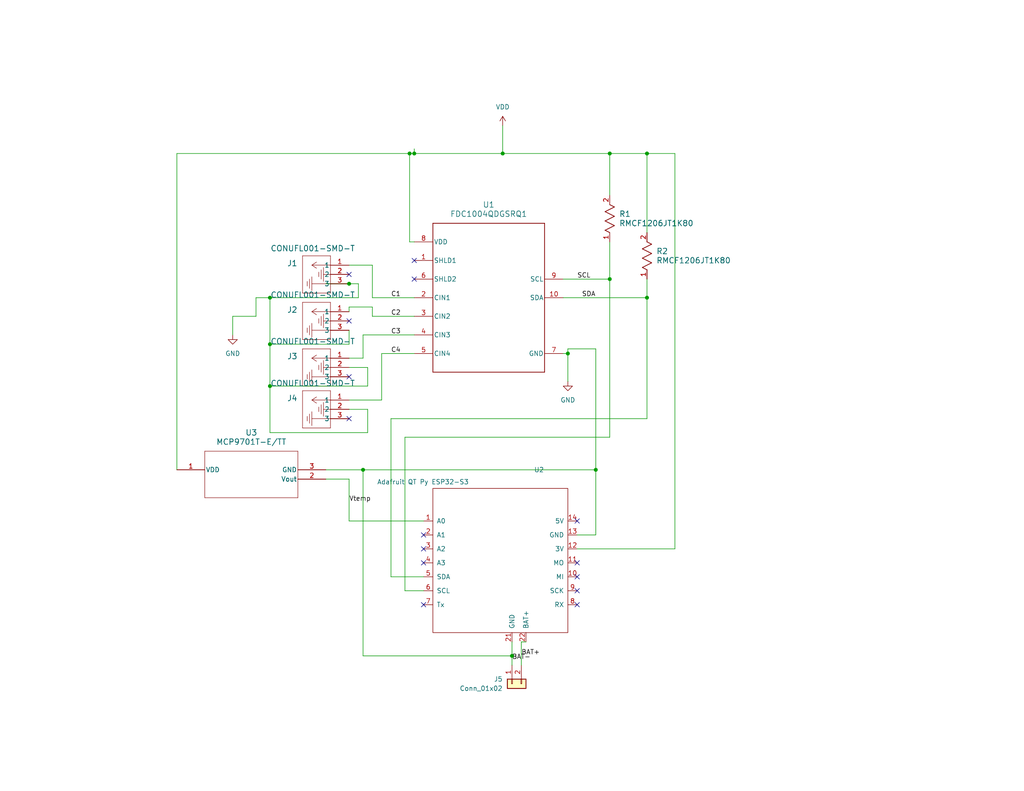
<source format=kicad_sch>
(kicad_sch (version 20231120) (generator "eeschema") (generator_version "8.0")
  (paper "USLetter")
  (title_block (title "FDC 1004 Driver Board") (rev "1") (company "Institute for Experiential Robotics Northeastern University") (comment 1 "Kris Dorsey Kris@KrisDorsey.com"))
  (lib_symbols
    (symbol "Connector_Generic:Conn_01x02" (pin_names (offset 1.016) hide)
      (property "Reference" "J" (at 0 2.54 0))
      (property "Value" "Conn_01x02" (at 0 -5.08 0))
      (symbol "Conn_01x02_1_1"
        (rectangle (start -1.27 -2.413) (end 0 -2.667) (stroke (width 0.1524)))
        (rectangle (start -1.27 0.127) (end 0 -0.127) (stroke (width 0.1524)))
        (rectangle (start -1.27 1.27) (end 1.27 -3.81) (stroke (width 0.254)) (fill (type background)))
        (pin passive line (at -5.08 0 0) (length 3.81) (name "Pin_1") (number "1"))
        (pin passive line (at -5.08 -2.54 0) (length 3.81) (name "Pin_2") (number "2"))
      )
    )
    (symbol "FDC1004Lib:Ada-ESP32-S3-noPSRAM" (pin_names (offset 1.016))
      (property "Reference" "U" (at -19.05 24.13 0))
      (property "Value" "Seeed Studio XIAO nRF52840" (at -5.08 21.59 0))
      (symbol "Ada-ESP32-S3-noPSRAM_0_1"
        (rectangle (start -19.05 20.32) (end 17.78 -19.05))
      )
      (symbol "Ada-ESP32-S3-noPSRAM_1_1"
        (pin bidirectional line (at -21.59 11.43 0) (length 2.54) (name "A0") (number "1"))
        (pin bidirectional line (at 20.32 -3.81 180) (length 2.54) (name "MI") (number "10"))
        (pin bidirectional line (at 20.32 0 180) (length 2.54) (name "MO") (number "11"))
        (pin power_out line (at 20.32 3.81 180) (length 2.54) (name "3V") (number "12"))
        (pin power_out line (at 20.32 7.62 180) (length 2.54) (name "GND") (number "13"))
        (pin power_out line (at 20.32 11.43 180) (length 2.54) (name "5V") (number "14"))
        (pin bidirectional line (at -21.59 7.62 0) (length 2.54) (name "A1") (number "2"))
        (pin passive line (at 2.54 -21.59 90) (length 2.54) (name "GND") (number "21"))
        (pin passive line (at 6.35 -21.59 90) (length 2.54) (name "BAT+") (number "22"))
        (pin bidirectional line (at -21.59 3.81 0) (length 2.54) (name "A2") (number "3"))
        (pin bidirectional line (at -21.59 0 0) (length 2.54) (name "A3") (number "4"))
        (pin bidirectional line (at -21.59 -3.81 0) (length 2.54) (name "SDA") (number "5"))
        (pin input line (at -21.59 -7.62 0) (length 2.54) (name "SCL") (number "6"))
        (pin bidirectional line (at -21.59 -11.43 0) (length 2.54) (name "Tx") (number "7"))
        (pin bidirectional line (at 20.32 -11.43 180) (length 2.54) (name "RX") (number "8"))
        (pin bidirectional line (at 20.32 -7.62 180) (length 2.54) (name "SCK") (number "9"))
      )
    )
    (symbol "FDC1004Lib:CONUFL001-SMD-T" (pin_names (offset 0.254))
      (property "Reference" "J" (at 10.414 3.556 0))
      (property "Value" "CONUFL001-SMD-T" (at 1.524 -9.906 0))
      (symbol "CONUFL001-SMD-T_1_1"
        (polyline (pts (xy 5.08 -7.62) (xy 12.7 -7.62)) (stroke (width 0.127)))
        (polyline (pts (xy 5.08 -5.08) (xy 10.16 -5.08)) (stroke (width 0.127)))
        (polyline (pts (xy 5.08 -2.54) (xy 6.985 -2.54)) (stroke (width 0.127)))
        (polyline (pts (xy 5.08 2.54) (xy 5.08 -7.62)) (stroke (width 0.127)))
        (polyline (pts (xy 6.985 -0.635) (xy 6.985 -4.445)) (stroke (width 0.127)))
        (polyline (pts (xy 7.62 -1.27) (xy 7.62 -3.81)) (stroke (width 0.127)))
        (polyline (pts (xy 8.255 -1.905) (xy 8.255 -3.175)) (stroke (width 0.127)))
        (polyline (pts (xy 10.16 -3.175) (xy 10.16 -6.985)) (stroke (width 0.127)))
        (polyline (pts (xy 10.16 0) (xy 5.08 0)) (stroke (width 0.127)))
        (polyline (pts (xy 10.16 0) (xy 8.89 -0.8467)) (stroke (width 0.127)))
        (polyline (pts (xy 10.16 0) (xy 8.89 0.8467)) (stroke (width 0.127)))
        (polyline (pts (xy 10.795 -3.81) (xy 10.795 -6.35)) (stroke (width 0.127)))
        (polyline (pts (xy 11.43 -4.445) (xy 11.43 -5.715)) (stroke (width 0.127)))
        (polyline (pts (xy 12.7 -7.62) (xy 12.7 2.54)) (stroke (width 0.127)))
        (polyline (pts (xy 12.7 2.54) (xy 5.08 2.54)) (stroke (width 0.127)))
        (pin unspecified line (at 0 0 0) (length 5.08) (name "1") (number "1"))
        (pin unspecified line (at 0 -2.54 0) (length 5.08) (name "2") (number "2"))
        (pin unspecified line (at 0 -5.08 0) (length 5.08) (name "3") (number "3"))
      )
      (symbol "CONUFL001-SMD-T_1_2"
        (polyline (pts (xy 5.08 -7.62) (xy 12.7 -7.62)) (stroke (width 0.127)))
        (polyline (pts (xy 5.08 -5.08) (xy 10.16 -5.08)) (stroke (width 0.127)))
        (polyline (pts (xy 5.08 -2.54) (xy 6.985 -2.54)) (stroke (width 0.127)))
        (polyline (pts (xy 5.08 2.54) (xy 5.08 -7.62)) (stroke (width 0.127)))
        (polyline (pts (xy 6.985 -0.635) (xy 6.985 -4.445)) (stroke (width 0.127)))
        (polyline (pts (xy 7.62 -1.27) (xy 7.62 -3.81)) (stroke (width 0.127)))
        (polyline (pts (xy 7.62 0) (xy 5.08 0)) (stroke (width 0.127)))
        (polyline (pts (xy 7.62 0) (xy 8.89 -0.8467)) (stroke (width 0.127)))
        (polyline (pts (xy 7.62 0) (xy 8.89 0.8467)) (stroke (width 0.127)))
        (polyline (pts (xy 8.255 -1.905) (xy 8.255 -3.175)) (stroke (width 0.127)))
        (polyline (pts (xy 10.16 -3.175) (xy 10.16 -6.985)) (stroke (width 0.127)))
        (polyline (pts (xy 10.795 -3.81) (xy 10.795 -6.35)) (stroke (width 0.127)))
        (polyline (pts (xy 11.43 -4.445) (xy 11.43 -5.715)) (stroke (width 0.127)))
        (polyline (pts (xy 12.7 -7.62) (xy 12.7 2.54)) (stroke (width 0.127)))
        (polyline (pts (xy 12.7 2.54) (xy 5.08 2.54)) (stroke (width 0.127)))
        (pin unspecified line (at 0 0 0) (length 5.08) (name "1") (number "1"))
        (pin unspecified line (at 0 -2.54 0) (length 5.08) (name "2") (number "2"))
        (pin unspecified line (at 0 -5.08 0) (length 5.08) (name "3") (number "3"))
      )
    )
    (symbol "FDC1004Lib:FDC1004QDGSRQ1" (pin_names (offset 0.254))
      (property "Reference" "U" (at 0 2.54 0))
      (property "Value" "FDC1004QDGSRQ1" (at 0.508 -4.826 0))
      (symbol "FDC1004QDGSRQ1_0_1"
        (polyline (pts (xy -15.24 -20.32) (xy 15.24 -20.32)) (stroke (width 0.2032)))
        (polyline (pts (xy -15.24 20.32) (xy -15.24 -20.32)) (stroke (width 0.2032)))
        (polyline (pts (xy 15.24 -20.32) (xy 15.24 20.32)) (stroke (width 0.2032)))
        (polyline (pts (xy 15.24 20.32) (xy -15.24 20.32)) (stroke (width 0.2032)))
        (pin output line (at -20.32 10.16 0) (length 5.08) (name "SHLD1") (number "1"))
        (pin bidirectional line (at 20.32 0 180) (length 5.08) (name "SDA") (number "10"))
        (pin output line (at -20.32 5.08 0) (length 5.08) (name "SHLD2") (number "6"))
        (pin power_in line (at 20.32 -15.24 180) (length 5.08) (name "GND") (number "7"))
        (pin power_in line (at -20.32 15.24 0) (length 5.08) (name "VDD") (number "8"))
        (pin input line (at 20.32 5.08 180) (length 5.08) (name "SCL") (number "9"))
      )
      (symbol "FDC1004QDGSRQ1_1_1"
        (pin output line (at -20.32 0 0) (length 5.08) (name "CIN1") (number "2"))
        (pin output line (at -20.32 -5.08 0) (length 5.08) (name "CIN2") (number "3"))
        (pin output line (at -20.32 -10.16 0) (length 5.08) (name "CIN3") (number "4"))
        (pin output line (at -20.32 -15.24 0) (length 5.08) (name "CIN4") (number "5"))
      )
    )
    (symbol "FDC1004Lib:MCP9701T-E_TT" (pin_names (offset 0.254))
      (property "Reference" "U" (at 20.32 10.16 0))
      (property "Value" "MCP9701T-E/TT" (at 20.32 7.62 0))
      (symbol "MCP9701T-E_TT_0_1"
        (polyline (pts (xy 7.62 -7.62) (xy 33.02 -7.62)) (stroke (width 0.127)))
        (polyline (pts (xy 7.62 5.08) (xy 7.62 -7.62)) (stroke (width 0.127)))
        (polyline (pts (xy 33.02 -7.62) (xy 33.02 5.08)) (stroke (width 0.127)))
        (polyline (pts (xy 33.02 5.08) (xy 7.62 5.08)) (stroke (width 0.127)))
      )
      (symbol "MCP9701T-E_TT_1_1"
        (pin power_in line (at 0 0 0) (length 7.62) (name "VDD") (number "1"))
        (pin output line (at 40.64 -2.54 180) (length 7.62) (name "Vout") (number "2"))
        (pin power_in line (at 40.64 0 180) (length 7.62) (name "GND") (number "3"))
      )
    )
    (symbol "FDC1004Lib:RMCF1206JT1K80" (pin_names (offset 0.254))
      (property "Reference" "R" (at 5.715 3.81 0))
      (property "Value" "RMCF1206JT1K80" (at 6.35 -3.81 0))
      (symbol "RMCF1206JT1K80_1_1"
        (polyline (pts (xy 2.54 0) (xy 3.175 1.27)) (stroke (width 0.2032)))
        (polyline (pts (xy 3.175 1.27) (xy 4.445 -1.27)) (stroke (width 0.2032)))
        (polyline (pts (xy 4.445 -1.27) (xy 5.715 1.27)) (stroke (width 0.2032)))
        (polyline (pts (xy 5.715 1.27) (xy 6.985 -1.27)) (stroke (width 0.2032)))
        (polyline (pts (xy 6.985 -1.27) (xy 8.255 1.27)) (stroke (width 0.2032)))
        (polyline (pts (xy 8.255 1.27) (xy 9.525 -1.27)) (stroke (width 0.2032)))
        (polyline (pts (xy 9.525 -1.27) (xy 10.16 0)) (stroke (width 0.2032)))
        (pin passive line (at 0 0 0) (length 2.54) (name "") (number "1"))
        (pin passive line (at 12.7 0 180) (length 2.54) (name "") (number "2"))
      )
      (symbol "RMCF1206JT1K80_1_2"
        (polyline (pts (xy -1.27 3.175) (xy 1.27 4.445)) (stroke (width 0.2032)))
        (polyline (pts (xy -1.27 5.715) (xy 1.27 6.985)) (stroke (width 0.2032)))
        (polyline (pts (xy -1.27 8.255) (xy 1.27 9.525)) (stroke (width 0.2032)))
        (polyline (pts (xy 0 2.54) (xy -1.27 3.175)) (stroke (width 0.2032)))
        (polyline (pts (xy 1.27 4.445) (xy -1.27 5.715)) (stroke (width 0.2032)))
        (polyline (pts (xy 1.27 6.985) (xy -1.27 8.255)) (stroke (width 0.2032)))
        (polyline (pts (xy 1.27 9.525) (xy 0 10.16)) (stroke (width 0.2032)))
        (pin unspecified line (at 0 12.7 270) (length 2.54) (name "") (number "1"))
        (pin unspecified line (at 0 0 90) (length 2.54) (name "") (number "2"))
      )
    )
    (symbol "power:GND" (power) (pin_numbers hide) (pin_names (offset 0) hide)
      (property "Value" "GND" (at 0 -3.81 0))
      (symbol "GND_0_1"
        (polyline (pts (xy 0 0) (xy 0 -1.27) (xy 1.27 -1.27) (xy 0 -2.54) (xy -1.27 -1.27) (xy 0 -1.27)))
      )
      (symbol "GND_1_1"
        (pin power_in line (at 0 0 270) (length 0) (name "~") (number "1"))
      )
    )
    (symbol "power:VDD" (power) (pin_numbers hide) (pin_names (offset 0) hide)
      (property "Value" "VDD" (at 0 3.556 0))
      (symbol "VDD_0_1"
        (polyline (pts (xy -0.762 1.27) (xy 0 2.54)))
        (polyline (pts (xy 0 0) (xy 0 2.54)))
        (polyline (pts (xy 0 2.54) (xy 0.762 1.27)))
      )
      (symbol "VDD_1_1"
        (pin power_in line (at 0 0 90) (length 0) (name "~") (number "1"))
      )
    )
  )
  (junction (at 139.7 179.07))
  (junction (at 73.66 93.98))
  (junction (at 137.16 41.91))
  (junction (at 73.66 81.28))
  (junction (at 111.76 41.91))
  (junction (at 95.25 77.47))
  (junction (at 166.37 76.2))
  (junction (at 162.56 128.27))
  (junction (at 176.53 81.28))
  (junction (at 154.94 96.52))
  (junction (at 166.37 41.91))
  (junction (at 73.66 105.41))
  (junction (at 176.53 41.91))
  (junction (at 99.06 128.27))
  (junction (at 113.03 41.91))
  (no_connect (at 157.48 153.67))
  (no_connect (at 115.57 153.67))
  (no_connect (at 157.48 161.29))
  (no_connect (at 115.57 149.86))
  (no_connect (at 115.57 165.1))
  (no_connect (at 95.25 114.3))
  (no_connect (at 157.48 165.1))
  (no_connect (at 95.25 87.63))
  (no_connect (at 95.25 102.87))
  (no_connect (at 113.03 76.2))
  (no_connect (at 95.25 74.93))
  (no_connect (at 157.48 142.24))
  (no_connect (at 115.57 146.05))
  (no_connect (at 157.48 157.48))
  (no_connect (at 113.03 71.12))
  (wire (pts (xy 101.6 86.36) (xy 101.6 83.82)))
  (wire (pts (xy 137.16 41.91) (xy 166.37 41.91)))
  (wire (pts (xy 139.7 179.07) (xy 99.06 179.07)))
  (wire (pts (xy 154.94 96.52) (xy 154.94 104.14)))
  (wire (pts (xy 48.26 41.91) (xy 111.76 41.91)))
  (wire (pts (xy 110.49 119.38) (xy 166.37 119.38)))
  (wire (pts (xy 111.76 41.91) (xy 113.03 41.91)))
  (wire (pts (xy 115.57 157.48) (xy 106.68 157.48)))
  (wire (pts (xy 176.53 41.91) (xy 176.53 63.5)))
  (wire (pts (xy 95.25 142.24) (xy 115.57 142.24)))
  (wire (pts (xy 153.67 76.2) (xy 166.37 76.2)))
  (wire (pts (xy 73.66 105.41) (xy 100.33 105.41)))
  (wire (pts (xy 110.49 161.29) (xy 110.49 119.38)))
  (wire (pts (xy 162.56 146.05) (xy 162.56 128.27)))
  (wire (pts (xy 139.7 175.26) (xy 139.7 179.07)))
  (wire (pts (xy 69.85 81.28) (xy 73.66 81.28)))
  (wire (pts (xy 73.66 81.28) (xy 97.79 81.28)))
  (wire (pts (xy 157.48 146.05) (xy 162.56 146.05)))
  (wire (pts (xy 73.66 105.41) (xy 73.66 118.11)))
  (wire (pts (xy 95.25 83.82) (xy 95.25 85.09)))
  (wire (pts (xy 63.5 86.36) (xy 63.5 91.44)))
  (wire (pts (xy 111.76 66.04) (xy 113.03 66.04)))
  (wire (pts (xy 153.67 81.28) (xy 176.53 81.28)))
  (wire (pts (xy 154.94 96.52) (xy 153.67 96.52)))
  (wire (pts (xy 63.5 86.36) (xy 69.85 86.36)))
  (wire (pts (xy 162.56 95.25) (xy 162.56 128.27)))
  (wire (pts (xy 97.79 77.47) (xy 97.79 81.28)))
  (wire (pts (xy 48.26 128.27) (xy 48.26 41.91)))
  (wire (pts (xy 142.24 181.61) (xy 142.24 175.26)))
  (wire (pts (xy 142.24 175.26) (xy 143.51 175.26)))
  (wire (pts (xy 99.06 179.07) (xy 99.06 128.27)))
  (wire (pts (xy 101.6 83.82) (xy 95.25 83.82)))
  (wire (pts (xy 99.06 91.44) (xy 99.06 97.79)))
  (wire (pts (xy 113.03 86.36) (xy 101.6 86.36)))
  (wire (pts (xy 166.37 66.04) (xy 166.37 76.2)))
  (wire (pts (xy 113.03 81.28) (xy 101.6 81.28)))
  (wire (pts (xy 106.68 157.48) (xy 106.68 114.3)))
  (wire (pts (xy 95.25 100.33) (xy 100.33 100.33)))
  (wire (pts (xy 88.9 128.27) (xy 99.06 128.27)))
  (wire (pts (xy 73.66 93.98) (xy 95.25 93.98)))
  (wire (pts (xy 73.66 118.11) (xy 100.33 118.11)))
  (wire (pts (xy 113.03 40.64) (xy 113.03 41.91)))
  (wire (pts (xy 100.33 100.33) (xy 100.33 105.41)))
  (wire (pts (xy 106.68 114.3) (xy 176.53 114.3)))
  (wire (pts (xy 99.06 128.27) (xy 162.56 128.27)))
  (wire (pts (xy 166.37 119.38) (xy 166.37 76.2)))
  (wire (pts (xy 95.25 77.47) (xy 88.9 77.47)))
  (wire (pts (xy 95.25 130.81) (xy 95.25 142.24)))
  (wire (pts (xy 101.6 72.39) (xy 95.25 72.39)))
  (wire (pts (xy 104.14 96.52) (xy 104.14 109.22)))
  (wire (pts (xy 162.56 95.25) (xy 154.94 95.25)))
  (wire (pts (xy 95.25 109.22) (xy 104.14 109.22)))
  (wire (pts (xy 95.25 130.81) (xy 88.9 130.81)))
  (wire (pts (xy 95.25 77.47) (xy 97.79 77.47)))
  (wire (pts (xy 95.25 111.76) (xy 100.33 111.76)))
  (wire (pts (xy 101.6 81.28) (xy 101.6 72.39)))
  (wire (pts (xy 73.66 93.98) (xy 73.66 105.41)))
  (wire (pts (xy 111.76 41.91) (xy 111.76 66.04)))
  (wire (pts (xy 176.53 76.2) (xy 176.53 81.28)))
  (wire (pts (xy 166.37 41.91) (xy 176.53 41.91)))
  (wire (pts (xy 99.06 91.44) (xy 113.03 91.44)))
  (wire (pts (xy 157.48 149.86) (xy 184.15 149.86)))
  (wire (pts (xy 154.94 95.25) (xy 154.94 96.52)))
  (wire (pts (xy 113.03 96.52) (xy 104.14 96.52)))
  (wire (pts (xy 95.25 90.17) (xy 95.25 93.98)))
  (wire (pts (xy 166.37 41.91) (xy 166.37 53.34)))
  (wire (pts (xy 113.03 41.91) (xy 137.16 41.91)))
  (wire (pts (xy 100.33 111.76) (xy 100.33 118.11)))
  (wire (pts (xy 99.06 97.79) (xy 95.25 97.79)))
  (wire (pts (xy 115.57 161.29) (xy 110.49 161.29)))
  (wire (pts (xy 184.15 149.86) (xy 184.15 41.91)))
  (wire (pts (xy 139.7 179.07) (xy 139.7 181.61)))
  (wire (pts (xy 176.53 41.91) (xy 184.15 41.91)))
  (wire (pts (xy 73.66 81.28) (xy 73.66 93.98)))
  (wire (pts (xy 137.16 34.29) (xy 137.16 41.91)))
  (wire (pts (xy 69.85 86.36) (xy 69.85 81.28)))
  (wire (pts (xy 176.53 114.3) (xy 176.53 81.28)))
  (label "SDA" (at 158.75 81.28 0))
  (label "SCL" (at 157.48 76.2 0))
  (label "Vtemp" (at 95.25 137.16 0))
  (label "C3" (at 106.68 91.44 0))
  (label "C4" (at 106.68 96.52 0))
  (label "C1" (at 106.68 81.28 0))
  (label "C2" (at 106.68 86.36 0))
  (label "BAT-" (at 139.7 180.34 0))
  (label "BAT+" (at 142.24 179.07 0))
  (symbol (lib_id "FDC1004Lib:CONUFL001-SMD-T") (at 95.25 72.39 0) (mirror y) (unit 1)
    (property "Reference" "J1" (at 79.756 71.882 0) (effects (font (size 1.524 1.524))))
    (property "Value" "CONUFL001-SMD-T" (at 85.344 67.818 0) (effects (font (size 1.524 1.524))))
    (property "Footprint" "FDC1004_Footprints:CONN1_CONUFL_TEC" (effects (hide yes)))
    (property "Datasheet" "CONUFL001-SMD-T" (effects (hide yes)))
  )
  (symbol (lib_id "power:GND") (at 63.5 91.44 0) (unit 1)
    (property "Reference" "#PWR03" (effects (hide yes)))
    (property "Value" "GND" (at 63.5 96.52 0))
    (property "Description" "Power symbol creates a global label with name \"GND\" , ground" (effects (hide yes)))
  )
  (symbol (lib_id "FDC1004Lib:CONUFL001-SMD-T") (at 95.25 85.09 0) (mirror y) (unit 1)
    (property "Reference" "J2" (at 79.756 84.582 0) (effects (font (size 1.524 1.524))))
    (property "Value" "CONUFL001-SMD-T" (at 85.344 80.518 0) (effects (font (size 1.524 1.524))))
    (property "Footprint" "FDC1004_Footprints:CONN1_CONUFL_TEC" (effects (hide yes)))
    (property "Datasheet" "CONUFL001-SMD-T" (effects (hide yes)))
  )
  (symbol (lib_id "FDC1004Lib:RMCF1206JT1K80") (at 176.53 76.2 90) (unit 1)
    (property "Reference" "R2" (at 179.07 68.5799 90) (effects (font (size 1.524 1.524)) (justify right)))
    (property "Value" "RMCF1206JT1K80" (at 179.07 71.1199 90) (effects (font (size 1.524 1.524)) (justify right)))
    (property "Footprint" "FDC1004_Footprints:STA_RMCF1206_STC" (effects (hide yes)))
    (property "Datasheet" "RMCF1206JT1K80" (effects (hide yes)))
  )
  (symbol (lib_id "FDC1004Lib:CONUFL001-SMD-T") (at 95.25 97.79 0) (mirror y) (unit 1)
    (property "Reference" "J3" (at 79.756 97.282 0) (effects (font (size 1.524 1.524))))
    (property "Value" "CONUFL001-SMD-T" (at 85.344 93.218 0) (effects (font (size 1.524 1.524))))
    (property "Footprint" "FDC1004_Footprints:CONN1_CONUFL_TEC" (effects (hide yes)))
    (property "Datasheet" "CONUFL001-SMD-T" (effects (hide yes)))
  )
  (symbol (lib_id "FDC1004Lib:FDC1004QDGSRQ1") (at 133.35 81.28 0) (unit 1)
    (property "Reference" "U1" (at 133.35 55.88 0) (effects (font (size 1.524 1.524))))
    (property "Value" "FDC1004QDGSRQ1" (at 133.35 58.42 0) (effects (font (size 1.524 1.524))))
    (property "Footprint" "FDC1004_Footprints:FDC1004DGS0010A_M" (effects (hide yes)))
    (property "Datasheet" "FDC1004QDGSRQ1" (effects (hide yes)))
  )
  (symbol (lib_id "FDC1004Lib:CONUFL001-SMD-T") (at 95.25 109.22 0) (mirror y) (unit 1)
    (property "Reference" "J4" (at 79.756 108.712 0) (effects (font (size 1.524 1.524))))
    (property "Value" "CONUFL001-SMD-T" (at 85.344 104.648 0) (effects (font (size 1.524 1.524))))
    (property "Footprint" "FDC1004_Footprints:CONN1_CONUFL_TEC" (effects (hide yes)))
    (property "Datasheet" "CONUFL001-SMD-T" (effects (hide yes)))
  )
  (symbol (lib_id "Connector_Generic:Conn_01x02") (at 139.7 186.69 90) (mirror x) (unit 1)
    (property "Reference" "J5" (at 137.16 185.4199 90) (effects (justify left)))
    (property "Value" "Conn_01x02" (at 137.16 187.9599 90) (effects (justify left)))
    (property "Footprint" "Connector_PinHeader_2.54mm:PinHeader_1x02_P2.54mm_Vertical" (effects (hide yes)))
    (property "Description" "Generic connector, single row, 01x02, script generated (kicad-library-utils/schlib/autogen/connector/)" (effects (hide yes)))
  )
  (symbol (lib_id "power:GND") (at 154.94 104.14 0) (unit 1)
    (property "Reference" "#PWR01" (effects (hide yes)))
    (property "Value" "GND" (at 154.94 109.22 0))
    (property "Description" "Power symbol creates a global label with name \"GND\" , ground" (effects (hide yes)))
  )
  (symbol (lib_id "FDC1004Lib:RMCF1206JT1K80") (at 166.37 66.04 90) (unit 1)
    (property "Reference" "R1" (at 168.91 58.4199 90) (effects (font (size 1.524 1.524)) (justify right)))
    (property "Value" "RMCF1206JT1K80" (at 168.91 60.9599 90) (effects (font (size 1.524 1.524)) (justify right)))
    (property "Footprint" "FDC1004_Footprints:STA_RMCF1206_STC" (effects (hide yes)))
    (property "Datasheet" "RMCF1206JT1K80" (effects (hide yes)))
  )
  (symbol (lib_id "FDC1004Lib:MCP9701T-E_TT") (at 48.26 128.27 0) (unit 1)
    (property "Reference" "U3" (at 68.58 118.11 0) (effects (font (size 1.524 1.524))))
    (property "Value" "MCP9701T-E/TT" (at 68.58 120.65 0) (effects (font (size 1.524 1.524))))
    (property "Footprint" "FDC1004_Footprints:SOT-23_MC_MCH-M" (effects (hide yes)))
    (property "Datasheet" "MCP9701T-E/TT" (effects (hide yes)))
  )
  (symbol (lib_id "power:VDD") (at 137.16 34.29 0) (unit 1)
    (property "Reference" "#PWR02" (effects (hide yes)))
    (property "Value" "VDD" (at 137.16 29.21 0))
    (property "Description" "Power symbol creates a global label with name \"VDD\"" (effects (hide yes)))
  )
  (symbol (lib_id "FDC1004Lib:Ada-ESP32-S3-noPSRAM") (at 137.16 153.67 0) (unit 1)
    (property "Reference" "U2" (at 145.7041 128.27 0) (effects (justify left)))
    (property "Value" "Adafruit QT Py ESP32-S3" (at 102.87 131.572 0) (effects (justify left)))
    (property "Footprint" "FDC1004_Footprints:Ada_ESP32-S3_noPSRAM" (effects (hide yes)))
  )
)
</source>
